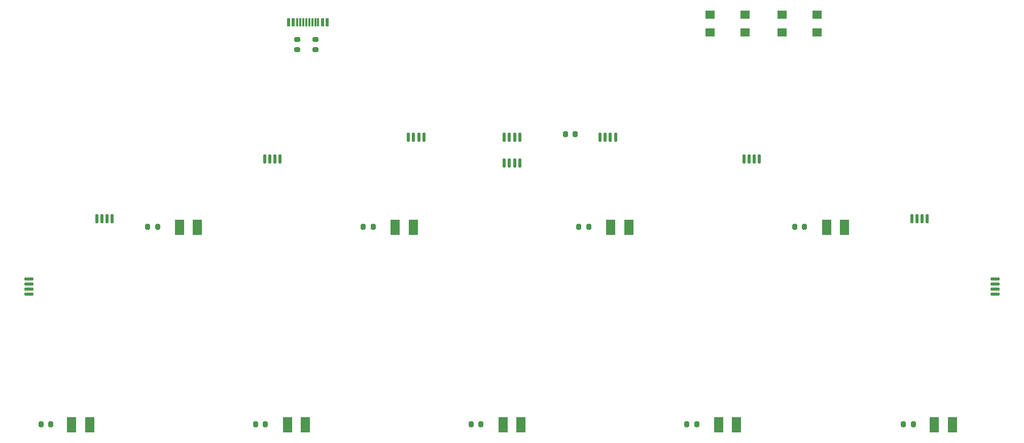
<source format=gtp>
%TF.GenerationSoftware,KiCad,Pcbnew,(6.0.7)*%
%TF.CreationDate,2023-03-11T10:43:17+08:00*%
%TF.ProjectId,popn_pico,706f706e-5f70-4696-936f-2e6b69636164,rev?*%
%TF.SameCoordinates,Original*%
%TF.FileFunction,Paste,Top*%
%TF.FilePolarity,Positive*%
%FSLAX46Y46*%
G04 Gerber Fmt 4.6, Leading zero omitted, Abs format (unit mm)*
G04 Created by KiCad (PCBNEW (6.0.7)) date 2023-03-11 10:43:17*
%MOMM*%
%LPD*%
G01*
G04 APERTURE LIST*
G04 Aperture macros list*
%AMRoundRect*
0 Rectangle with rounded corners*
0 $1 Rounding radius*
0 $2 $3 $4 $5 $6 $7 $8 $9 X,Y pos of 4 corners*
0 Add a 4 corners polygon primitive as box body*
4,1,4,$2,$3,$4,$5,$6,$7,$8,$9,$2,$3,0*
0 Add four circle primitives for the rounded corners*
1,1,$1+$1,$2,$3*
1,1,$1+$1,$4,$5*
1,1,$1+$1,$6,$7*
1,1,$1+$1,$8,$9*
0 Add four rect primitives between the rounded corners*
20,1,$1+$1,$2,$3,$4,$5,0*
20,1,$1+$1,$4,$5,$6,$7,0*
20,1,$1+$1,$6,$7,$8,$9,0*
20,1,$1+$1,$8,$9,$2,$3,0*%
G04 Aperture macros list end*
%ADD10R,1.500000X2.600000*%
%ADD11RoundRect,0.110000X-0.110000X-0.640000X0.110000X-0.640000X0.110000X0.640000X-0.110000X0.640000X0*%
%ADD12RoundRect,0.200000X-0.200000X-0.275000X0.200000X-0.275000X0.200000X0.275000X-0.200000X0.275000X0*%
%ADD13RoundRect,0.110000X0.110000X0.640000X-0.110000X0.640000X-0.110000X-0.640000X0.110000X-0.640000X0*%
%ADD14RoundRect,0.200000X-0.275000X0.200000X-0.275000X-0.200000X0.275000X-0.200000X0.275000X0.200000X0*%
%ADD15R,1.650000X1.400000*%
%ADD16RoundRect,0.110000X-0.640000X0.110000X-0.640000X-0.110000X0.640000X-0.110000X0.640000X0.110000X0*%
%ADD17RoundRect,0.110000X0.640000X-0.110000X0.640000X0.110000X-0.640000X0.110000X-0.640000X-0.110000X0*%
%ADD18R,0.600000X1.450000*%
%ADD19R,0.300000X1.450000*%
G04 APERTURE END LIST*
D10*
%TO.C,MX7*%
X181820000Y-137480000D03*
X184820000Y-137480000D03*
%TD*%
D11*
%TO.C,LED2*%
X148595000Y-89400644D03*
X147745000Y-89400644D03*
X146895000Y-89400644D03*
X146045000Y-89400644D03*
%TD*%
D12*
%TO.C,R1*%
X68670000Y-137400000D03*
X70320000Y-137400000D03*
%TD*%
%TO.C,R10*%
X156245000Y-88900000D03*
X157895000Y-88900000D03*
%TD*%
%TO.C,R8*%
X194495000Y-104400000D03*
X196145000Y-104400000D03*
%TD*%
D10*
%TO.C,MX9*%
X217820000Y-137480000D03*
X220820000Y-137480000D03*
%TD*%
D11*
%TO.C,LED8*%
X188595000Y-93050000D03*
X187745000Y-93050000D03*
X186895000Y-93050000D03*
X186045000Y-93050000D03*
%TD*%
%TO.C,LED1*%
X164595000Y-89400644D03*
X163745000Y-89400644D03*
X162895000Y-89400644D03*
X162045000Y-89400644D03*
%TD*%
D12*
%TO.C,R6*%
X158495000Y-104400000D03*
X160145000Y-104400000D03*
%TD*%
%TO.C,R4*%
X122495000Y-104400000D03*
X124145000Y-104400000D03*
%TD*%
D13*
%TO.C,LED7*%
X146045000Y-93750000D03*
X146895000Y-93750000D03*
X147745000Y-93750000D03*
X148595000Y-93750000D03*
%TD*%
D12*
%TO.C,R3*%
X104495000Y-137400000D03*
X106145000Y-137400000D03*
%TD*%
D10*
%TO.C,MX8*%
X199820000Y-104480000D03*
X202820000Y-104480000D03*
%TD*%
D11*
%TO.C,LED3*%
X132595000Y-89400644D03*
X131745000Y-89400644D03*
X130895000Y-89400644D03*
X130045000Y-89400644D03*
%TD*%
D10*
%TO.C,MX1*%
X73820000Y-137480000D03*
X76820000Y-137480000D03*
%TD*%
D11*
%TO.C,LED5*%
X80595000Y-103050000D03*
X79745000Y-103050000D03*
X78895000Y-103050000D03*
X78045000Y-103050000D03*
%TD*%
D10*
%TO.C,MX5*%
X145820000Y-137480000D03*
X148820000Y-137480000D03*
%TD*%
%TO.C,MX4*%
X127820000Y-104480000D03*
X130820000Y-104480000D03*
%TD*%
%TO.C,MX6*%
X163820000Y-104480000D03*
X166820000Y-104480000D03*
%TD*%
D14*
%TO.C,R20*%
X114470000Y-73075000D03*
X114470000Y-74725000D03*
%TD*%
D10*
%TO.C,MX2*%
X91820000Y-104480000D03*
X94820000Y-104480000D03*
%TD*%
D12*
%TO.C,R2*%
X86495000Y-104400000D03*
X88145000Y-104400000D03*
%TD*%
D14*
%TO.C,R21*%
X111470000Y-73075000D03*
X111470000Y-74725000D03*
%TD*%
D15*
%TO.C,SW1*%
X180395000Y-68900000D03*
X186245000Y-68900000D03*
X180395000Y-71900000D03*
X186245000Y-71900000D03*
%TD*%
D12*
%TO.C,R7*%
X176495000Y-137400000D03*
X178145000Y-137400000D03*
%TD*%
D16*
%TO.C,LED4*%
X66670000Y-115675000D03*
X66670000Y-114825000D03*
X66670000Y-113975000D03*
X66670000Y-113125000D03*
%TD*%
D17*
%TO.C,LED10*%
X227970000Y-113125000D03*
X227970000Y-113975000D03*
X227970000Y-114825000D03*
X227970000Y-115675000D03*
%TD*%
D15*
%TO.C,SW2*%
X192395000Y-68900000D03*
X198245000Y-68900000D03*
X192395000Y-71900000D03*
X198245000Y-71900000D03*
%TD*%
D11*
%TO.C,LED6*%
X108595000Y-93050000D03*
X107745000Y-93050000D03*
X106895000Y-93050000D03*
X106045000Y-93050000D03*
%TD*%
D10*
%TO.C,MX3*%
X109820000Y-137480000D03*
X112820000Y-137480000D03*
%TD*%
D12*
%TO.C,R9*%
X212670000Y-137400000D03*
X214320000Y-137400000D03*
%TD*%
D11*
%TO.C,LED9*%
X216595000Y-103050000D03*
X215745000Y-103050000D03*
X214895000Y-103050000D03*
X214045000Y-103050000D03*
%TD*%
D12*
%TO.C,R5*%
X140495000Y-137400000D03*
X142145000Y-137400000D03*
%TD*%
D18*
%TO.C,USB1*%
X116445000Y-70182500D03*
X115670000Y-70182500D03*
D19*
X114970000Y-70182500D03*
X114470000Y-70182500D03*
X113970000Y-70182500D03*
X113470000Y-70182500D03*
X112970000Y-70182500D03*
X112470000Y-70182500D03*
X111970000Y-70182500D03*
X111470000Y-70182500D03*
D18*
X110770000Y-70182500D03*
X109995000Y-70182500D03*
%TD*%
M02*

</source>
